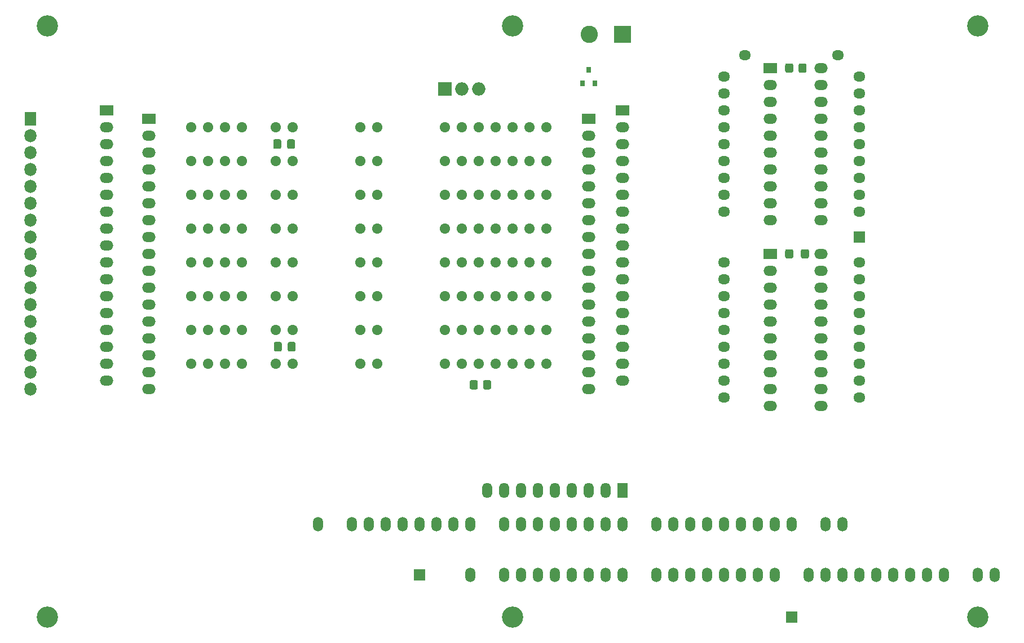
<source format=gbr>
%TF.GenerationSoftware,KiCad,Pcbnew,(5.1.8)-1*%
%TF.CreationDate,2024-06-20T22:43:38+03:00*%
%TF.ProjectId,MUX16bit,4d555831-3662-4697-942e-6b696361645f,rev?*%
%TF.SameCoordinates,Original*%
%TF.FileFunction,Soldermask,Bot*%
%TF.FilePolarity,Negative*%
%FSLAX46Y46*%
G04 Gerber Fmt 4.6, Leading zero omitted, Abs format (unit mm)*
G04 Created by KiCad (PCBNEW (5.1.8)-1) date 2024-06-20 22:43:38*
%MOMM*%
%LPD*%
G01*
G04 APERTURE LIST*
%ADD10R,1.700000X1.700000*%
%ADD11O,1.800000X1.500000*%
%ADD12O,1.600000X1.524000*%
%ADD13O,1.500000X2.300000*%
%ADD14R,1.500000X2.300000*%
%ADD15O,2.000000X1.500000*%
%ADD16R,2.000000X1.500000*%
%ADD17O,1.500000X2.200000*%
%ADD18R,0.800000X0.900000*%
%ADD19C,3.200000*%
%ADD20O,1.800000X2.000000*%
%ADD21R,1.800000X2.000000*%
%ADD22C,2.600000*%
%ADD23R,2.600000X2.600000*%
%ADD24O,2.000000X2.000000*%
%ADD25R,2.000000X2.000000*%
G04 APERTURE END LIST*
D10*
%TO.C,J11*%
X139700000Y-49530000D03*
%TD*%
%TO.C,J10*%
X73660000Y-100330000D03*
%TD*%
D11*
%TO.C,U9*%
X122555000Y-22225000D03*
X136525000Y-22225000D03*
X119380000Y-73660000D03*
X119380000Y-71120000D03*
X119380000Y-68580000D03*
X119380000Y-66040000D03*
X119380000Y-63500000D03*
X119380000Y-60960000D03*
X119380000Y-58420000D03*
X119380000Y-55880000D03*
X119380000Y-53340000D03*
X119380000Y-45720000D03*
X119380000Y-43180000D03*
X119380000Y-40640000D03*
X119380000Y-38100000D03*
X119380000Y-35560000D03*
X119380000Y-33020000D03*
X119380000Y-30480000D03*
X119380000Y-27940000D03*
X119380000Y-25400000D03*
X139700000Y-25400000D03*
X139700000Y-27940000D03*
X139700000Y-30480000D03*
X139700000Y-33020000D03*
X139700000Y-35560000D03*
X139700000Y-38100000D03*
X139700000Y-40640000D03*
X139700000Y-43180000D03*
X139700000Y-45720000D03*
X139700000Y-53340000D03*
X139700000Y-55880000D03*
X139700000Y-58420000D03*
X139700000Y-60960000D03*
X139700000Y-63500000D03*
X139700000Y-66040000D03*
X139700000Y-68580000D03*
X139700000Y-71120000D03*
X139700000Y-73660000D03*
%TD*%
D12*
%TO.C,U8*%
X92710000Y-33020000D03*
X90170000Y-33020000D03*
X87630000Y-33020000D03*
X85090000Y-33020000D03*
X82550000Y-33020000D03*
X80010000Y-33020000D03*
X77470000Y-33020000D03*
X67310000Y-33020000D03*
X64770000Y-33020000D03*
X54610000Y-33020000D03*
X52070000Y-33020000D03*
X46990000Y-33020000D03*
X44450000Y-33020000D03*
X41910000Y-33020000D03*
X39370000Y-33020000D03*
%TD*%
%TO.C,U7*%
X92710000Y-38100000D03*
X90170000Y-38100000D03*
X87630000Y-38100000D03*
X85090000Y-38100000D03*
X82550000Y-38100000D03*
X80010000Y-38100000D03*
X77470000Y-38100000D03*
X67310000Y-38100000D03*
X64770000Y-38100000D03*
X54610000Y-38100000D03*
X52070000Y-38100000D03*
X46990000Y-38100000D03*
X44450000Y-38100000D03*
X41910000Y-38100000D03*
X39370000Y-38100000D03*
%TD*%
%TO.C,U6*%
X92710000Y-43180000D03*
X90170000Y-43180000D03*
X87630000Y-43180000D03*
X85090000Y-43180000D03*
X82550000Y-43180000D03*
X80010000Y-43180000D03*
X77470000Y-43180000D03*
X67310000Y-43180000D03*
X64770000Y-43180000D03*
X54610000Y-43180000D03*
X52070000Y-43180000D03*
X46990000Y-43180000D03*
X44450000Y-43180000D03*
X41910000Y-43180000D03*
X39370000Y-43180000D03*
%TD*%
%TO.C,U5*%
X92710000Y-48260000D03*
X90170000Y-48260000D03*
X87630000Y-48260000D03*
X85090000Y-48260000D03*
X82550000Y-48260000D03*
X80010000Y-48260000D03*
X77470000Y-48260000D03*
X67310000Y-48260000D03*
X64770000Y-48260000D03*
X54610000Y-48260000D03*
X52070000Y-48260000D03*
X46990000Y-48260000D03*
X44450000Y-48260000D03*
X41910000Y-48260000D03*
X39370000Y-48260000D03*
%TD*%
%TO.C,U4*%
X92710000Y-53340000D03*
X90170000Y-53340000D03*
X87630000Y-53340000D03*
X85090000Y-53340000D03*
X82550000Y-53340000D03*
X80010000Y-53340000D03*
X77470000Y-53340000D03*
X67310000Y-53340000D03*
X64770000Y-53340000D03*
X54610000Y-53340000D03*
X52070000Y-53340000D03*
X46990000Y-53340000D03*
X44450000Y-53340000D03*
X41910000Y-53340000D03*
X39370000Y-53340000D03*
%TD*%
%TO.C,U3*%
X92710000Y-58420000D03*
X90170000Y-58420000D03*
X87630000Y-58420000D03*
X85090000Y-58420000D03*
X82550000Y-58420000D03*
X80010000Y-58420000D03*
X77470000Y-58420000D03*
X67310000Y-58420000D03*
X64770000Y-58420000D03*
X54610000Y-58420000D03*
X52070000Y-58420000D03*
X46990000Y-58420000D03*
X44450000Y-58420000D03*
X41910000Y-58420000D03*
X39370000Y-58420000D03*
%TD*%
%TO.C,U2*%
X92710000Y-63500000D03*
X90170000Y-63500000D03*
X87630000Y-63500000D03*
X85090000Y-63500000D03*
X82550000Y-63500000D03*
X80010000Y-63500000D03*
X77470000Y-63500000D03*
X67310000Y-63500000D03*
X64770000Y-63500000D03*
X54610000Y-63500000D03*
X52070000Y-63500000D03*
X46990000Y-63500000D03*
X44450000Y-63500000D03*
X41910000Y-63500000D03*
X39370000Y-63500000D03*
%TD*%
%TO.C,U1*%
X92710000Y-68580000D03*
X90170000Y-68580000D03*
X87630000Y-68580000D03*
X85090000Y-68580000D03*
X82550000Y-68580000D03*
X80010000Y-68580000D03*
X77470000Y-68580000D03*
X67310000Y-68580000D03*
X64770000Y-68580000D03*
X54610000Y-68580000D03*
X52070000Y-68580000D03*
X46990000Y-68580000D03*
X44450000Y-68580000D03*
X41910000Y-68580000D03*
X39370000Y-68580000D03*
%TD*%
D13*
%TO.C,J9*%
X83820000Y-87630000D03*
X86360000Y-87630000D03*
X88900000Y-87630000D03*
X91440000Y-87630000D03*
X93980000Y-87630000D03*
X96520000Y-87630000D03*
X99060000Y-87630000D03*
X101600000Y-87630000D03*
D14*
X104140000Y-87630000D03*
%TD*%
D15*
%TO.C,U14*%
X133985000Y-24130000D03*
X126365000Y-46990000D03*
X133985000Y-26670000D03*
X126365000Y-44450000D03*
X133985000Y-29210000D03*
X126365000Y-41910000D03*
X133985000Y-31750000D03*
X126365000Y-39370000D03*
X133985000Y-34290000D03*
X126365000Y-36830000D03*
X133985000Y-36830000D03*
X126365000Y-34290000D03*
X133985000Y-39370000D03*
X126365000Y-31750000D03*
X133985000Y-41910000D03*
X126365000Y-29210000D03*
X133985000Y-44450000D03*
X126365000Y-26670000D03*
X133985000Y-46990000D03*
D16*
X126365000Y-24130000D03*
%TD*%
D15*
%TO.C,U13*%
X133985000Y-52070000D03*
X126365000Y-74930000D03*
X133985000Y-54610000D03*
X126365000Y-72390000D03*
X133985000Y-57150000D03*
X126365000Y-69850000D03*
X133985000Y-59690000D03*
X126365000Y-67310000D03*
X133985000Y-62230000D03*
X126365000Y-64770000D03*
X133985000Y-64770000D03*
X126365000Y-62230000D03*
X133985000Y-67310000D03*
X126365000Y-59690000D03*
X133985000Y-69850000D03*
X126365000Y-57150000D03*
X133985000Y-72390000D03*
X126365000Y-54610000D03*
X133985000Y-74930000D03*
D16*
X126365000Y-52070000D03*
%TD*%
D17*
%TO.C,U12*%
X160020000Y-100330000D03*
X157480000Y-100330000D03*
X152400000Y-100330000D03*
X149860000Y-100330000D03*
X147320000Y-100330000D03*
X144780000Y-100330000D03*
X142240000Y-100330000D03*
X139700000Y-100330000D03*
X137160000Y-100330000D03*
X134620000Y-100330000D03*
X132080000Y-100330000D03*
X127000000Y-100330000D03*
X124460000Y-100330000D03*
X121920000Y-100330000D03*
X119380000Y-100330000D03*
X116840000Y-100330000D03*
X114300000Y-100330000D03*
X111760000Y-100330000D03*
X109220000Y-100330000D03*
X104140000Y-100330000D03*
X101600000Y-100330000D03*
X99060000Y-100330000D03*
X96520000Y-100330000D03*
X93980000Y-100330000D03*
X91440000Y-100330000D03*
X88900000Y-100330000D03*
X86360000Y-100330000D03*
X81280000Y-100330000D03*
%TD*%
%TO.C,U11*%
X137160000Y-92710000D03*
X134620000Y-92710000D03*
X129540000Y-92710000D03*
X127000000Y-92710000D03*
X124460000Y-92710000D03*
X121920000Y-92710000D03*
X119380000Y-92710000D03*
X116840000Y-92710000D03*
X114300000Y-92710000D03*
X111760000Y-92710000D03*
X109220000Y-92710000D03*
X104140000Y-92710000D03*
X101600000Y-92710000D03*
X99060000Y-92710000D03*
X96520000Y-92710000D03*
X93980000Y-92710000D03*
X91440000Y-92710000D03*
X88900000Y-92710000D03*
X86360000Y-92710000D03*
X81280000Y-92710000D03*
X78740000Y-92710000D03*
X76200000Y-92710000D03*
X73660000Y-92710000D03*
X71120000Y-92710000D03*
X68580000Y-92710000D03*
X66040000Y-92710000D03*
X63500000Y-92710000D03*
X58420000Y-92710000D03*
%TD*%
D18*
%TO.C,Q1*%
X99060000Y-24400000D03*
X98110000Y-26400000D03*
X100010000Y-26400000D03*
%TD*%
D19*
%TO.C,H6*%
X87630000Y-106680000D03*
%TD*%
%TO.C,H5*%
X87630000Y-17780000D03*
%TD*%
%TO.C,C2*%
G36*
G01*
X53875000Y-66515000D02*
X53875000Y-65565000D01*
G75*
G02*
X54125000Y-65315000I250000J0D01*
G01*
X54800000Y-65315000D01*
G75*
G02*
X55050000Y-65565000I0J-250000D01*
G01*
X55050000Y-66515000D01*
G75*
G02*
X54800000Y-66765000I-250000J0D01*
G01*
X54125000Y-66765000D01*
G75*
G02*
X53875000Y-66515000I0J250000D01*
G01*
G37*
G36*
G01*
X51800000Y-66515000D02*
X51800000Y-65565000D01*
G75*
G02*
X52050000Y-65315000I250000J0D01*
G01*
X52725000Y-65315000D01*
G75*
G02*
X52975000Y-65565000I0J-250000D01*
G01*
X52975000Y-66515000D01*
G75*
G02*
X52725000Y-66765000I-250000J0D01*
G01*
X52050000Y-66765000D01*
G75*
G02*
X51800000Y-66515000I0J250000D01*
G01*
G37*
%TD*%
%TO.C,C1*%
G36*
G01*
X53790000Y-36035000D02*
X53790000Y-35085000D01*
G75*
G02*
X54040000Y-34835000I250000J0D01*
G01*
X54715000Y-34835000D01*
G75*
G02*
X54965000Y-35085000I0J-250000D01*
G01*
X54965000Y-36035000D01*
G75*
G02*
X54715000Y-36285000I-250000J0D01*
G01*
X54040000Y-36285000D01*
G75*
G02*
X53790000Y-36035000I0J250000D01*
G01*
G37*
G36*
G01*
X51715000Y-36035000D02*
X51715000Y-35085000D01*
G75*
G02*
X51965000Y-34835000I250000J0D01*
G01*
X52640000Y-34835000D01*
G75*
G02*
X52890000Y-35085000I0J-250000D01*
G01*
X52890000Y-36035000D01*
G75*
G02*
X52640000Y-36285000I-250000J0D01*
G01*
X51965000Y-36285000D01*
G75*
G02*
X51715000Y-36035000I0J250000D01*
G01*
G37*
%TD*%
D20*
%TO.C,J5*%
X15240000Y-72390000D03*
X15240000Y-69850000D03*
X15240000Y-67310000D03*
X15240000Y-64770000D03*
X15240000Y-62230000D03*
X15240000Y-59690000D03*
X15240000Y-57150000D03*
X15240000Y-54610000D03*
X15240000Y-52070000D03*
X15240000Y-49530000D03*
X15240000Y-46990000D03*
X15240000Y-44450000D03*
X15240000Y-41910000D03*
X15240000Y-39370000D03*
X15240000Y-36830000D03*
X15240000Y-34290000D03*
D21*
X15240000Y-31750000D03*
%TD*%
D15*
%TO.C,J4*%
X104140000Y-71120000D03*
X104140000Y-68580000D03*
X104140000Y-66040000D03*
X104140000Y-63500000D03*
X104140000Y-60960000D03*
X104140000Y-58420000D03*
X104140000Y-55880000D03*
X104140000Y-53340000D03*
X104140000Y-50800000D03*
X104140000Y-48260000D03*
X104140000Y-45720000D03*
X104140000Y-43180000D03*
X104140000Y-40640000D03*
X104140000Y-38100000D03*
X104140000Y-35560000D03*
X104140000Y-33020000D03*
D16*
X104140000Y-30480000D03*
%TD*%
D15*
%TO.C,J3*%
X99060000Y-72390000D03*
X99060000Y-69850000D03*
X99060000Y-67310000D03*
X99060000Y-64770000D03*
X99060000Y-62230000D03*
X99060000Y-59690000D03*
X99060000Y-57150000D03*
X99060000Y-54610000D03*
X99060000Y-52070000D03*
X99060000Y-49530000D03*
X99060000Y-46990000D03*
X99060000Y-44450000D03*
X99060000Y-41910000D03*
X99060000Y-39370000D03*
X99060000Y-36830000D03*
X99060000Y-34290000D03*
D16*
X99060000Y-31750000D03*
%TD*%
D15*
%TO.C,J2*%
X33020000Y-72390000D03*
X33020000Y-69850000D03*
X33020000Y-67310000D03*
X33020000Y-64770000D03*
X33020000Y-62230000D03*
X33020000Y-59690000D03*
X33020000Y-57150000D03*
X33020000Y-54610000D03*
X33020000Y-52070000D03*
X33020000Y-49530000D03*
X33020000Y-46990000D03*
X33020000Y-44450000D03*
X33020000Y-41910000D03*
X33020000Y-39370000D03*
X33020000Y-36830000D03*
X33020000Y-34290000D03*
D16*
X33020000Y-31750000D03*
%TD*%
D15*
%TO.C,J1*%
X26670000Y-71120000D03*
X26670000Y-68580000D03*
X26670000Y-66040000D03*
X26670000Y-63500000D03*
X26670000Y-60960000D03*
X26670000Y-58420000D03*
X26670000Y-55880000D03*
X26670000Y-53340000D03*
X26670000Y-50800000D03*
X26670000Y-48260000D03*
X26670000Y-45720000D03*
X26670000Y-43180000D03*
X26670000Y-40640000D03*
X26670000Y-38100000D03*
X26670000Y-35560000D03*
X26670000Y-33020000D03*
D16*
X26670000Y-30480000D03*
%TD*%
D19*
%TO.C,H4*%
X157480000Y-17780000D03*
%TD*%
%TO.C,H3*%
X17780000Y-17780000D03*
%TD*%
%TO.C,H2*%
X157480000Y-106680000D03*
%TD*%
%TO.C,H1*%
X17780000Y-106680000D03*
%TD*%
%TO.C,R3*%
G36*
G01*
X82420000Y-71304999D02*
X82420000Y-72205001D01*
G75*
G02*
X82170001Y-72455000I-249999J0D01*
G01*
X81469999Y-72455000D01*
G75*
G02*
X81220000Y-72205001I0J249999D01*
G01*
X81220000Y-71304999D01*
G75*
G02*
X81469999Y-71055000I249999J0D01*
G01*
X82170001Y-71055000D01*
G75*
G02*
X82420000Y-71304999I0J-249999D01*
G01*
G37*
G36*
G01*
X84420000Y-71304999D02*
X84420000Y-72205001D01*
G75*
G02*
X84170001Y-72455000I-249999J0D01*
G01*
X83469999Y-72455000D01*
G75*
G02*
X83220000Y-72205001I0J249999D01*
G01*
X83220000Y-71304999D01*
G75*
G02*
X83469999Y-71055000I249999J0D01*
G01*
X84170001Y-71055000D01*
G75*
G02*
X84420000Y-71304999I0J-249999D01*
G01*
G37*
%TD*%
%TO.C,R2*%
G36*
G01*
X130575000Y-24580001D02*
X130575000Y-23679999D01*
G75*
G02*
X130824999Y-23430000I249999J0D01*
G01*
X131525001Y-23430000D01*
G75*
G02*
X131775000Y-23679999I0J-249999D01*
G01*
X131775000Y-24580001D01*
G75*
G02*
X131525001Y-24830000I-249999J0D01*
G01*
X130824999Y-24830000D01*
G75*
G02*
X130575000Y-24580001I0J249999D01*
G01*
G37*
G36*
G01*
X128575000Y-24580001D02*
X128575000Y-23679999D01*
G75*
G02*
X128824999Y-23430000I249999J0D01*
G01*
X129525001Y-23430000D01*
G75*
G02*
X129775000Y-23679999I0J-249999D01*
G01*
X129775000Y-24580001D01*
G75*
G02*
X129525001Y-24830000I-249999J0D01*
G01*
X128824999Y-24830000D01*
G75*
G02*
X128575000Y-24580001I0J249999D01*
G01*
G37*
%TD*%
%TO.C,R1*%
G36*
G01*
X130940000Y-52520001D02*
X130940000Y-51619999D01*
G75*
G02*
X131189999Y-51370000I249999J0D01*
G01*
X131890001Y-51370000D01*
G75*
G02*
X132140000Y-51619999I0J-249999D01*
G01*
X132140000Y-52520001D01*
G75*
G02*
X131890001Y-52770000I-249999J0D01*
G01*
X131189999Y-52770000D01*
G75*
G02*
X130940000Y-52520001I0J249999D01*
G01*
G37*
G36*
G01*
X128575000Y-52520400D02*
X128575000Y-51619600D01*
G75*
G02*
X128824600Y-51370000I249600J0D01*
G01*
X129525400Y-51370000D01*
G75*
G02*
X129775000Y-51619600I0J-249600D01*
G01*
X129775000Y-52520400D01*
G75*
G02*
X129525400Y-52770000I-249600J0D01*
G01*
X128824600Y-52770000D01*
G75*
G02*
X128575000Y-52520400I0J249600D01*
G01*
G37*
%TD*%
D22*
%TO.C,J8*%
X99140000Y-19050000D03*
D23*
X104140000Y-19050000D03*
%TD*%
D24*
%TO.C,J7*%
X82550000Y-27305000D03*
X80010000Y-27305000D03*
D25*
X77470000Y-27305000D03*
%TD*%
D10*
%TO.C,J6*%
X129540000Y-106680000D03*
%TD*%
M02*

</source>
